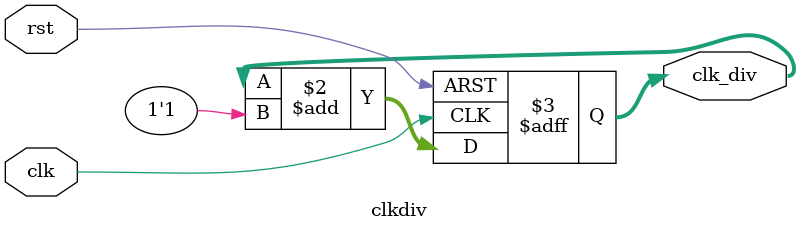
<source format=v>
`timescale 1ns / 1ps
module clkdiv(
		input clk,
		input rst,
		output reg[31:0]clk_div
    );
	always @ (posedge clk or posedge rst)begin
		if(rst) clk_div <=0;
		else clk_div <= clk_div + 1'b1;
	end
endmodule



</source>
